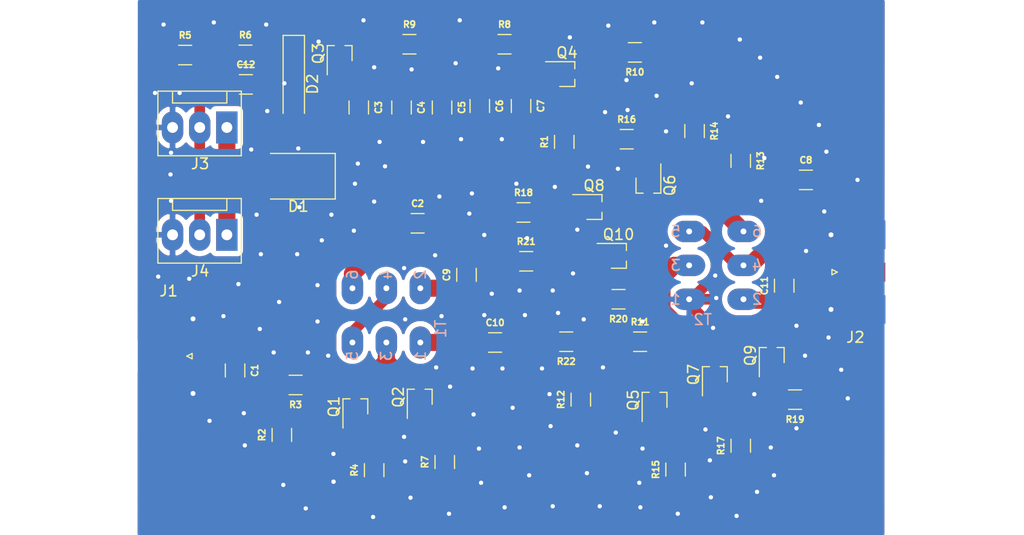
<source format=kicad_pcb>
(kicad_pcb (version 20171130) (host pcbnew "(5.1.12)-1")
  (layers (0 F.Cu signal) (31 B.Cu signal) (34 B.Paste user) (35 F.Paste user) (36 B.SilkS user) (37 F.SilkS user) (38 B.Mask user) (39 F.Mask user) (44 Edge.Cuts user))
  (net 0 "")
  (net 1 "Net-(C1-Pad2)")
  (net 2 "Net-(C1-Pad1)")
  (net 3 "Net-(C2-Pad1)")
  (net 4 GNDREF)
  (net 5 "Net-(C3-Pad1)")
  (net 6 "Net-(C8-Pad1)")
  (net 7 "Net-(C9-Pad2)")
  (net 8 "Net-(C9-Pad1)")
  (net 9 "Net-(C10-Pad1)")
  (net 10 "Net-(C10-Pad2)")
  (net 11 "Net-(C11-Pad2)")
  (net 12 "Net-(C11-Pad1)")
  (net 13 /13V)
  (net 14 "Net-(D2-Pad1)")
  (net 15 /RX_Low_TX_High)
  (net 16 "Net-(Q1-Pad2)")
  (net 17 "Net-(Q1-Pad3)")
  (net 18 "Net-(Q2-Pad2)")
  (net 19 "Net-(Q3-Pad3)")
  (net 20 "Net-(Q4-Pad3)")
  (net 21 "Net-(Q4-Pad1)")
  (net 22 "Net-(Q5-Pad1)")
  (net 23 "Net-(Q5-Pad2)")
  (net 24 "Net-(Q5-Pad3)")
  (net 25 "Net-(Q10-Pad3)")
  (net 26 "Net-(Q6-Pad2)")
  (net 27 "Net-(Q10-Pad1)")
  (net 28 "Net-(Q7-Pad2)")
  (net 29 "Net-(Q8-Pad2)")
  (net 30 "Net-(Q9-Pad2)")
  (net 31 "Net-(Q10-Pad2)")
  (net 32 "Net-(T1-Pad4)")
  (module WC8C:SMD_Combo_1206_0805 (layer F.Cu) (at 90.1 58.8)
    (fp_text reference C12 (at 0 -1.85) (layer F.SilkS) (effects (font (size 0.6 0.6))))
    (fp_text value 33n)
    (pad 1 smd roundrect (at -1.3625 0) (size 1.725 1.8) (layers F.Cu F.Paste F.Mask) (roundrect_rratio 0.189) (net 15 /RX_Low_TX_High) (clearance 0.4))
    (pad 2 smd roundrect (at 1.3625 0) (size 1.725 1.8) (layers F.Cu F.Paste F.Mask) (roundrect_rratio 0.189) (net 4 GNDREF) (clearance 0.4))
  )
  (module Package_TO_SOT_SMD:SOT-323_SC-70_Handsoldering (layer F.Cu) (at 120.132 57.836)
    (fp_text reference Q4 (at 0 -2) (layer F.SilkS))
    (fp_text value AO3401A)
    (pad 3 smd rect (at 1.33 0 270) (size 0.45 1.5) (layers F.Cu F.Paste F.Mask) (net 20 "Net-(Q4-Pad3)"))
    (pad 2 smd rect (at -1.33 0.65 270) (size 0.45 1.5) (layers F.Cu F.Paste F.Mask) (net 5 "Net-(C3-Pad1)"))
    (pad 1 smd rect (at -1.33 -0.65 270) (size 0.45 1.5) (layers F.Cu F.Paste F.Mask) (net 21 "Net-(Q4-Pad1)"))
  )
  (module Package_TO_SOT_SMD:SOT-323_SC-70_Handsoldering (layer F.Cu) (at 98.87 55.904 90)
    (fp_text reference Q3 (at 0 -2 90) (layer F.SilkS))
    (fp_text value AO3400A)
    (pad 3 smd rect (at 1.33 0) (size 0.45 1.5) (layers F.Cu F.Paste F.Mask) (net 19 "Net-(Q3-Pad3)"))
    (pad 2 smd rect (at -1.33 0.65) (size 0.45 1.5) (layers F.Cu F.Paste F.Mask) (net 4 GNDREF))
    (pad 1 smd rect (at -1.33 -0.65) (size 0.45 1.5) (layers F.Cu F.Paste F.Mask) (net 14 "Net-(D2-Pad1)"))
  )
  (module Connector:FanPinHeader_1x03_P2.54mm_Vertical (layer F.Cu) (at 88.32 72.884 180)
    (fp_text reference J4 (at 2.5 -3.4) (layer F.SilkS))
    (fp_text value Conn_01x03_Male)
    (pad 3 thru_hole oval (at 5.08 0 270) (size 3 2) (drill 1.02) (layers *.Cu *.Mask) (net 4 GNDREF))
    (pad 2 thru_hole oval (at 2.54 0 270) (size 3 2) (drill 1.02) (layers *.Cu *.Mask) (net 15 /RX_Low_TX_High))
    (pad 1 thru_hole rect (at 0 0 270) (size 3 2) (drill 1.02) (layers *.Cu *.Mask) (net 13 /13V))
  )
  (module WC8C:SMD_Combo_1206_0805 (layer F.Cu) (at 89.09 85.584 270)
    (fp_text reference C1 (at 0 -1.85 90) (layer F.SilkS) (effects (font (size 0.6 0.6))))
    (fp_text value .1u)
    (pad 2 smd roundrect (at 1.3625 0 270) (size 1.725 1.8) (layers F.Cu F.Paste F.Mask) (roundrect_rratio 0.189) (net 1 "Net-(C1-Pad2)") (clearance 0.4))
    (pad 1 smd roundrect (at -1.3625 0 270) (size 1.725 1.8) (layers F.Cu F.Paste F.Mask) (roundrect_rratio 0.189) (net 2 "Net-(C1-Pad1)") (clearance 0.4))
  )
  (module WC8C:SMD_Combo_1206_0805 (layer F.Cu) (at 106.162 71.806)
    (fp_text reference C2 (at 0 -1.85) (layer F.SilkS) (effects (font (size 0.6 0.6))))
    (fp_text value .1u)
    (pad 1 smd roundrect (at -1.3625 0) (size 1.725 1.8) (layers F.Cu F.Paste F.Mask) (roundrect_rratio 0.189) (net 3 "Net-(C2-Pad1)") (clearance 0.4))
    (pad 2 smd roundrect (at 1.3625 0) (size 1.725 1.8) (layers F.Cu F.Paste F.Mask) (roundrect_rratio 0.189) (net 4 GNDREF) (clearance 0.4))
  )
  (module WC8C:SMD_Combo_1206_0805 (layer F.Cu) (at 100.66 60.964 270)
    (fp_text reference C3 (at 0 -1.85 90) (layer F.SilkS) (effects (font (size 0.6 0.6))))
    (fp_text value .1u)
    (pad 1 smd roundrect (at -1.3625 0 270) (size 1.725 1.8) (layers F.Cu F.Paste F.Mask) (roundrect_rratio 0.189) (net 5 "Net-(C3-Pad1)") (clearance 0.4))
    (pad 2 smd roundrect (at 1.3625 0 270) (size 1.725 1.8) (layers F.Cu F.Paste F.Mask) (roundrect_rratio 0.189) (net 4 GNDREF) (clearance 0.4))
  )
  (module WC8C:SMD_Combo_1206_0805 (layer F.Cu) (at 104.66 60.964 270)
    (fp_text reference C4 (at 0 -1.85 90) (layer F.SilkS) (effects (font (size 0.6 0.6))))
    (fp_text value 1u)
    (pad 2 smd roundrect (at 1.3625 0 270) (size 1.725 1.8) (layers F.Cu F.Paste F.Mask) (roundrect_rratio 0.189) (net 4 GNDREF) (clearance 0.4))
    (pad 1 smd roundrect (at -1.3625 0 270) (size 1.725 1.8) (layers F.Cu F.Paste F.Mask) (roundrect_rratio 0.189) (net 5 "Net-(C3-Pad1)") (clearance 0.4))
  )
  (module WC8C:SMD_Combo_1206_0805 (layer F.Cu) (at 108.45 60.964 270)
    (fp_text reference C5 (at 0 -1.85 90) (layer F.SilkS) (effects (font (size 0.6 0.6))))
    (fp_text value 22u)
    (pad 1 smd roundrect (at -1.3625 0 270) (size 1.725 1.8) (layers F.Cu F.Paste F.Mask) (roundrect_rratio 0.189) (net 5 "Net-(C3-Pad1)") (clearance 0.4))
    (pad 2 smd roundrect (at 1.3625 0 270) (size 1.725 1.8) (layers F.Cu F.Paste F.Mask) (roundrect_rratio 0.189) (net 4 GNDREF) (clearance 0.4))
  )
  (module WC8C:SMD_Combo_1206_0805 (layer F.Cu) (at 111.98 60.824 270)
    (fp_text reference C6 (at 0 -1.85 90) (layer F.SilkS) (effects (font (size 0.6 0.6))))
    (fp_text value 22u)
    (pad 2 smd roundrect (at 1.3625 0 270) (size 1.725 1.8) (layers F.Cu F.Paste F.Mask) (roundrect_rratio 0.189) (net 4 GNDREF) (clearance 0.4))
    (pad 1 smd roundrect (at -1.3625 0 270) (size 1.725 1.8) (layers F.Cu F.Paste F.Mask) (roundrect_rratio 0.189) (net 5 "Net-(C3-Pad1)") (clearance 0.4))
  )
  (module WC8C:SMD_Combo_1206_0805 (layer F.Cu) (at 115.84 60.824 270)
    (fp_text reference C7 (at 0 -1.85 90) (layer F.SilkS) (effects (font (size 0.6 0.6))))
    (fp_text value 22u)
    (pad 1 smd roundrect (at -1.3625 0 270) (size 1.725 1.8) (layers F.Cu F.Paste F.Mask) (roundrect_rratio 0.189) (net 5 "Net-(C3-Pad1)") (clearance 0.4))
    (pad 2 smd roundrect (at 1.3625 0 270) (size 1.725 1.8) (layers F.Cu F.Paste F.Mask) (roundrect_rratio 0.189) (net 4 GNDREF) (clearance 0.4))
  )
  (module WC8C:SMD_Combo_1206_0805 (layer F.Cu) (at 142.484 67.742)
    (fp_text reference C8 (at 0 -1.85) (layer F.SilkS) (effects (font (size 0.6 0.6))))
    (fp_text value .1u)
    (pad 1 smd roundrect (at -1.3625 0) (size 1.725 1.8) (layers F.Cu F.Paste F.Mask) (roundrect_rratio 0.189) (net 6 "Net-(C8-Pad1)") (clearance 0.4))
    (pad 2 smd roundrect (at 1.3625 0) (size 1.725 1.8) (layers F.Cu F.Paste F.Mask) (roundrect_rratio 0.189) (net 4 GNDREF) (clearance 0.4))
  )
  (module WC8C:SMD_Combo_1206_0805 (layer F.Cu) (at 110.734 76.632 90)
    (fp_text reference C9 (at 0 -1.85 90) (layer F.SilkS) (effects (font (size 0.6 0.6))))
    (fp_text value .1u)
    (pad 2 smd roundrect (at 1.3625 0 90) (size 1.725 1.8) (layers F.Cu F.Paste F.Mask) (roundrect_rratio 0.189) (net 7 "Net-(C9-Pad2)") (clearance 0.4))
    (pad 1 smd roundrect (at -1.3625 0 90) (size 1.725 1.8) (layers F.Cu F.Paste F.Mask) (roundrect_rratio 0.189) (net 8 "Net-(C9-Pad1)") (clearance 0.4))
  )
  (module WC8C:SMD_Combo_1206_0805 (layer F.Cu) (at 113.412 82.964)
    (fp_text reference C10 (at 0 -1.85) (layer F.SilkS) (effects (font (size 0.6 0.6))))
    (fp_text value .1u)
    (pad 1 smd roundrect (at -1.3625 0) (size 1.725 1.8) (layers F.Cu F.Paste F.Mask) (roundrect_rratio 0.189) (net 9 "Net-(C10-Pad1)") (clearance 0.4))
    (pad 2 smd roundrect (at 1.3625 0) (size 1.725 1.8) (layers F.Cu F.Paste F.Mask) (roundrect_rratio 0.189) (net 10 "Net-(C10-Pad2)") (clearance 0.4))
  )
  (module WC8C:SMD_Combo_1206_0805 (layer F.Cu) (at 140.452 77.648 90)
    (fp_text reference C11 (at 0 -1.85 90) (layer F.SilkS) (effects (font (size 0.6 0.6))))
    (fp_text value .1u)
    (pad 2 smd roundrect (at 1.3625 0 90) (size 1.725 1.8) (layers F.Cu F.Paste F.Mask) (roundrect_rratio 0.189) (net 11 "Net-(C11-Pad2)") (clearance 0.4))
    (pad 1 smd roundrect (at -1.3625 0 90) (size 1.725 1.8) (layers F.Cu F.Paste F.Mask) (roundrect_rratio 0.189) (net 12 "Net-(C11-Pad1)") (clearance 0.4))
  )
  (module Diode_SMD:D_2114_3652Metric_Pad1.85x3.75mm_HandSolder (layer F.Cu) (at 95 67.4 180)
    (fp_text reference D1 (at 0 -2.82) (layer F.SilkS))
    (fp_text value 1N4001)
    (pad 1 smd roundrect (at -2.275 0 180) (size 1.85 3.75) (layers F.Cu F.Paste F.Mask) (roundrect_rratio 0.135135) (net 5 "Net-(C3-Pad1)"))
    (pad 2 smd roundrect (at 2.275 0 180) (size 1.85 3.75) (layers F.Cu F.Paste F.Mask) (roundrect_rratio 0.135135) (net 13 /13V))
  )
  (module Diode_SMD:D_MiniMELF_Handsoldering (layer F.Cu) (at 94.58 58.764 270)
    (fp_text reference D2 (at 0 -1.75 90) (layer F.SilkS))
    (fp_text value 6.8V)
    (pad 1 smd rect (at -2.75 0 270) (size 3.3 1.7) (layers F.Cu F.Paste F.Mask) (net 14 "Net-(D2-Pad1)"))
    (pad 2 smd rect (at 2.75 0 270) (size 3.3 1.7) (layers F.Cu F.Paste F.Mask) (net 4 GNDREF))
  )
  (module Connector_Coaxial:SMA_Molex_73251-2120_EdgeMount_Horizontal (layer F.Cu) (at 82.17 84.244 180)
    (fp_text reference J1 (at -0.705 6.1) (layer F.SilkS))
    (fp_text value "RF In")
    (pad 2 smd rect (at -2.54 -3.4925 180) (size 0.89 0.46) (layers B.Cu) (net 4 GNDREF))
    (pad 2 smd rect (at -2.54 -3.4925 180) (size 0.89 0.46) (layers F.Cu) (net 4 GNDREF))
    (pad 2 thru_hole circle (at -2.985 -3.4925 180) (size 0.97 0.97) (drill 0.46) (layers *.Cu) (net 4 GNDREF))
    (pad 2 smd rect (at 0 3.4925 180) (size 4.19 2.665) (layers F.Cu F.Paste F.Mask) (net 4 GNDREF))
    (pad 1 smd rect (at 0 0 180) (size 4.19 1.78) (layers F.Cu F.Paste F.Mask) (net 2 "Net-(C1-Pad1)"))
    (pad 2 smd rect (at 0 3.4925 180) (size 4.19 2.665) (layers B.Cu B.Paste B.Mask) (net 4 GNDREF))
    (pad 2 smd rect (at 0 -3.4925 180) (size 4.19 2.665) (layers F.Cu F.Paste F.Mask) (net 4 GNDREF))
    (pad 2 smd rect (at 0 -3.4925 180) (size 4.19 2.665) (layers B.Cu B.Paste B.Mask) (net 4 GNDREF))
    (pad 2 smd rect (at -2.54 3.4925 180) (size 0.89 0.46) (layers F.Cu) (net 4 GNDREF))
    (pad 2 thru_hole circle (at -2.985 3.4925 180) (size 0.97 0.97) (drill 0.46) (layers *.Cu) (net 4 GNDREF))
    (pad 2 smd rect (at -2.54 3.4925 180) (size 0.89 0.46) (layers B.Cu) (net 4 GNDREF))
  )
  (module Connector_Coaxial:SMA_Molex_73251-2120_EdgeMount_Horizontal (layer F.Cu) (at 147.818 76.378)
    (fp_text reference J2 (at -0.705 6.1) (layer F.SilkS))
    (fp_text value "RF Out")
    (pad 2 smd rect (at -2.54 3.4925) (size 0.89 0.46) (layers B.Cu) (net 4 GNDREF))
    (pad 2 thru_hole circle (at -2.985 3.4925) (size 0.97 0.97) (drill 0.46) (layers *.Cu) (net 4 GNDREF))
    (pad 2 smd rect (at -2.54 3.4925) (size 0.89 0.46) (layers F.Cu) (net 4 GNDREF))
    (pad 2 smd rect (at 0 -3.4925) (size 4.19 2.665) (layers B.Cu B.Paste B.Mask) (net 4 GNDREF))
    (pad 2 smd rect (at 0 -3.4925) (size 4.19 2.665) (layers F.Cu F.Paste F.Mask) (net 4 GNDREF))
    (pad 2 smd rect (at 0 3.4925) (size 4.19 2.665) (layers B.Cu B.Paste B.Mask) (net 4 GNDREF))
    (pad 1 smd rect (at 0 0) (size 4.19 1.78) (layers F.Cu F.Paste F.Mask) (net 11 "Net-(C11-Pad2)"))
    (pad 2 smd rect (at 0 3.4925) (size 4.19 2.665) (layers F.Cu F.Paste F.Mask) (net 4 GNDREF))
    (pad 2 thru_hole circle (at -2.985 -3.4925) (size 0.97 0.97) (drill 0.46) (layers *.Cu) (net 4 GNDREF))
    (pad 2 smd rect (at -2.54 -3.4925) (size 0.89 0.46) (layers F.Cu) (net 4 GNDREF))
    (pad 2 smd rect (at -2.54 -3.4925) (size 0.89 0.46) (layers B.Cu) (net 4 GNDREF))
  )
  (module Connector:FanPinHeader_1x03_P2.54mm_Vertical (layer F.Cu) (at 88.32 62.834 180)
    (fp_text reference J3 (at 2.5 -3.4) (layer F.SilkS))
    (fp_text value Conn_01x03_Male)
    (pad 1 thru_hole rect (at 0 0 270) (size 3 2) (drill 1.02) (layers *.Cu *.Mask) (net 13 /13V))
    (pad 2 thru_hole oval (at 2.54 0 270) (size 3 2) (drill 1.02) (layers *.Cu *.Mask) (net 15 /RX_Low_TX_High))
    (pad 3 thru_hole oval (at 5.08 0 270) (size 3 2) (drill 1.02) (layers *.Cu *.Mask) (net 4 GNDREF))
  )
  (module Package_TO_SOT_SMD:SOT-323_SC-70_Handsoldering (layer F.Cu) (at 100.34 88.974 90)
    (fp_text reference Q1 (at 0 -2 90) (layer F.SilkS))
    (fp_text value BFR106)
    (pad 1 smd rect (at -1.33 -0.65) (size 0.45 1.5) (layers F.Cu F.Paste F.Mask) (net 1 "Net-(C1-Pad2)"))
    (pad 2 smd rect (at -1.33 0.65) (size 0.45 1.5) (layers F.Cu F.Paste F.Mask) (net 16 "Net-(Q1-Pad2)"))
    (pad 3 smd rect (at 1.33 0) (size 0.45 1.5) (layers F.Cu F.Paste F.Mask) (net 17 "Net-(Q1-Pad3)"))
  )
  (module Package_TO_SOT_SMD:SOT-323_SC-70_Handsoldering (layer F.Cu) (at 106.36 88.074 90)
    (fp_text reference Q2 (at 0 -2 90) (layer F.SilkS))
    (fp_text value BFR106)
    (pad 3 smd rect (at 1.33 0) (size 0.45 1.5) (layers F.Cu F.Paste F.Mask) (net 17 "Net-(Q1-Pad3)"))
    (pad 2 smd rect (at -1.33 0.65) (size 0.45 1.5) (layers F.Cu F.Paste F.Mask) (net 18 "Net-(Q2-Pad2)"))
    (pad 1 smd rect (at -1.33 -0.65) (size 0.45 1.5) (layers F.Cu F.Paste F.Mask) (net 1 "Net-(C1-Pad2)"))
  )
  (module Package_TO_SOT_SMD:SOT-323_SC-70_Handsoldering (layer F.Cu) (at 128.326 88.364 90)
    (fp_text reference Q5 (at 0 -2 90) (layer F.SilkS))
    (fp_text value BFR106)
    (pad 1 smd rect (at -1.33 -0.65) (size 0.45 1.5) (layers F.Cu F.Paste F.Mask) (net 22 "Net-(Q5-Pad1)"))
    (pad 2 smd rect (at -1.33 0.65) (size 0.45 1.5) (layers F.Cu F.Paste F.Mask) (net 23 "Net-(Q5-Pad2)"))
    (pad 3 smd rect (at 1.33 0) (size 0.45 1.5) (layers F.Cu F.Paste F.Mask) (net 24 "Net-(Q5-Pad3)"))
  )
  (module Package_TO_SOT_SMD:SOT-323_SC-70_Handsoldering (layer F.Cu) (at 127.752 68.25 270)
    (fp_text reference Q6 (at 0 -2 90) (layer F.SilkS))
    (fp_text value BFR106)
    (pad 3 smd rect (at 1.33 0 180) (size 0.45 1.5) (layers F.Cu F.Paste F.Mask) (net 25 "Net-(Q10-Pad3)"))
    (pad 2 smd rect (at -1.33 0.65 180) (size 0.45 1.5) (layers F.Cu F.Paste F.Mask) (net 26 "Net-(Q6-Pad2)"))
    (pad 1 smd rect (at -1.33 -0.65 180) (size 0.45 1.5) (layers F.Cu F.Paste F.Mask) (net 27 "Net-(Q10-Pad1)"))
  )
  (module Package_TO_SOT_SMD:SOT-323_SC-70_Handsoldering (layer F.Cu) (at 133.966 85.964 90)
    (fp_text reference Q7 (at 0 -2 90) (layer F.SilkS))
    (fp_text value BFR106)
    (pad 1 smd rect (at -1.33 -0.65) (size 0.45 1.5) (layers F.Cu F.Paste F.Mask) (net 22 "Net-(Q5-Pad1)"))
    (pad 2 smd rect (at -1.33 0.65) (size 0.45 1.5) (layers F.Cu F.Paste F.Mask) (net 28 "Net-(Q7-Pad2)"))
    (pad 3 smd rect (at 1.33 0) (size 0.45 1.5) (layers F.Cu F.Paste F.Mask) (net 24 "Net-(Q5-Pad3)"))
  )
  (module Package_TO_SOT_SMD:SOT-323_SC-70_Handsoldering (layer F.Cu) (at 122.672 70.282)
    (fp_text reference Q8 (at 0 -2) (layer F.SilkS))
    (fp_text value BFR106)
    (pad 1 smd rect (at -1.33 -0.65 270) (size 0.45 1.5) (layers F.Cu F.Paste F.Mask) (net 27 "Net-(Q10-Pad1)"))
    (pad 2 smd rect (at -1.33 0.65 270) (size 0.45 1.5) (layers F.Cu F.Paste F.Mask) (net 29 "Net-(Q8-Pad2)"))
    (pad 3 smd rect (at 1.33 0 270) (size 0.45 1.5) (layers F.Cu F.Paste F.Mask) (net 25 "Net-(Q10-Pad3)"))
  )
  (module Package_TO_SOT_SMD:SOT-323_SC-70_Handsoldering (layer F.Cu) (at 139.286 84.174 90)
    (fp_text reference Q9 (at 0 -2 90) (layer F.SilkS))
    (fp_text value BFR106)
    (pad 3 smd rect (at 1.33 0) (size 0.45 1.5) (layers F.Cu F.Paste F.Mask) (net 24 "Net-(Q5-Pad3)"))
    (pad 2 smd rect (at -1.33 0.65) (size 0.45 1.5) (layers F.Cu F.Paste F.Mask) (net 30 "Net-(Q9-Pad2)"))
    (pad 1 smd rect (at -1.33 -0.65) (size 0.45 1.5) (layers F.Cu F.Paste F.Mask) (net 22 "Net-(Q5-Pad1)"))
  )
  (module Package_TO_SOT_SMD:SOT-323_SC-70_Handsoldering (layer F.Cu) (at 124.958 74.854)
    (fp_text reference Q10 (at 0 -2) (layer F.SilkS))
    (fp_text value BFR106)
    (pad 3 smd rect (at 1.33 0 270) (size 0.45 1.5) (layers F.Cu F.Paste F.Mask) (net 25 "Net-(Q10-Pad3)"))
    (pad 2 smd rect (at -1.33 0.65 270) (size 0.45 1.5) (layers F.Cu F.Paste F.Mask) (net 31 "Net-(Q10-Pad2)"))
    (pad 1 smd rect (at -1.33 -0.65 270) (size 0.45 1.5) (layers F.Cu F.Paste F.Mask) (net 27 "Net-(Q10-Pad1)"))
  )
  (module WC8C:SMD_Combo_1206_0805 (layer F.Cu) (at 119.878 64.186 90)
    (fp_text reference R1 (at 0 -1.85 90) (layer F.SilkS) (effects (font (size 0.6 0.6))))
    (fp_text value 10R)
    (pad 1 smd roundrect (at -1.3625 0 90) (size 1.725 1.8) (layers F.Cu F.Paste F.Mask) (roundrect_rratio 0.189) (net 3 "Net-(C2-Pad1)") (clearance 0.4))
    (pad 2 smd roundrect (at 1.3625 0 90) (size 1.725 1.8) (layers F.Cu F.Paste F.Mask) (roundrect_rratio 0.189) (net 20 "Net-(Q4-Pad3)") (clearance 0.4))
  )
  (module WC8C:SMD_Combo_1206_0805 (layer F.Cu) (at 93.462 91.618 90)
    (fp_text reference R2 (at 0 -1.85 90) (layer F.SilkS) (effects (font (size 0.6 0.6))))
    (fp_text value 100R)
    (pad 1 smd roundrect (at -1.3625 0 90) (size 1.725 1.8) (layers F.Cu F.Paste F.Mask) (roundrect_rratio 0.189) (net 4 GNDREF) (clearance 0.4))
    (pad 2 smd roundrect (at 1.3625 0 90) (size 1.725 1.8) (layers F.Cu F.Paste F.Mask) (roundrect_rratio 0.189) (net 1 "Net-(C1-Pad2)") (clearance 0.4))
  )
  (module WC8C:SMD_Combo_1206_0805 (layer F.Cu) (at 94.75 86.944 180)
    (fp_text reference R3 (at 0 -1.85) (layer F.SilkS) (effects (font (size 0.6 0.6))))
    (fp_text value 1K)
    (pad 2 smd roundrect (at 1.3625 0 180) (size 1.725 1.8) (layers F.Cu F.Paste F.Mask) (roundrect_rratio 0.189) (net 1 "Net-(C1-Pad2)") (clearance 0.4))
    (pad 1 smd roundrect (at -1.3625 0 180) (size 1.725 1.8) (layers F.Cu F.Paste F.Mask) (roundrect_rratio 0.189) (net 17 "Net-(Q1-Pad3)") (clearance 0.4))
  )
  (module WC8C:SMD_Combo_1206_0805 (layer F.Cu) (at 102.098 94.92 90)
    (fp_text reference R4 (at 0 -1.85 90) (layer F.SilkS) (effects (font (size 0.6 0.6))))
    (fp_text value 33R)
    (pad 2 smd roundrect (at 1.3625 0 90) (size 1.725 1.8) (layers F.Cu F.Paste F.Mask) (roundrect_rratio 0.189) (net 16 "Net-(Q1-Pad2)") (clearance 0.4))
    (pad 1 smd roundrect (at -1.3625 0 90) (size 1.725 1.8) (layers F.Cu F.Paste F.Mask) (roundrect_rratio 0.189) (net 4 GNDREF) (clearance 0.4))
  )
  (module WC8C:SMD_Combo_1206_0805 (layer F.Cu) (at 84.42 56.054)
    (fp_text reference R5 (at 0 -1.85) (layer F.SilkS) (effects (font (size 0.6 0.6))))
    (fp_text value 10K)
    (pad 1 smd roundrect (at -1.3625 0) (size 1.725 1.8) (layers F.Cu F.Paste F.Mask) (roundrect_rratio 0.189) (net 4 GNDREF) (clearance 0.4))
    (pad 2 smd roundrect (at 1.3625 0) (size 1.725 1.8) (layers F.Cu F.Paste F.Mask) (roundrect_rratio 0.189) (net 15 /RX_Low_TX_High) (clearance 0.4))
  )
  (module WC8C:SMD_Combo_1206_0805 (layer F.Cu) (at 90.06 56.034)
    (fp_text reference R6 (at 0 -1.85) (layer F.SilkS) (effects (font (size 0.6 0.6))))
    (fp_text value 3K3)
    (pad 2 smd roundrect (at 1.3625 0) (size 1.725 1.8) (layers F.Cu F.Paste F.Mask) (roundrect_rratio 0.189) (net 14 "Net-(D2-Pad1)") (clearance 0.4))
    (pad 1 smd roundrect (at -1.3625 0) (size 1.725 1.8) (layers F.Cu F.Paste F.Mask) (roundrect_rratio 0.189) (net 15 /RX_Low_TX_High) (clearance 0.4))
  )
  (module WC8C:SMD_Combo_1206_0805 (layer F.Cu) (at 108.702 94.158 90)
    (fp_text reference R7 (at 0 -1.85 90) (layer F.SilkS) (effects (font (size 0.6 0.6))))
    (fp_text value 33R)
    (pad 1 smd roundrect (at -1.3625 0 90) (size 1.725 1.8) (layers F.Cu F.Paste F.Mask) (roundrect_rratio 0.189) (net 4 GNDREF) (clearance 0.4))
    (pad 2 smd roundrect (at 1.3625 0 90) (size 1.725 1.8) (layers F.Cu F.Paste F.Mask) (roundrect_rratio 0.189) (net 18 "Net-(Q2-Pad2)") (clearance 0.4))
  )
  (module WC8C:SMD_Combo_1206_0805 (layer F.Cu) (at 114.29 55.042)
    (fp_text reference R8 (at 0 -1.85) (layer F.SilkS) (effects (font (size 0.6 0.6))))
    (fp_text value 10K)
    (pad 1 smd roundrect (at -1.3625 0) (size 1.725 1.8) (layers F.Cu F.Paste F.Mask) (roundrect_rratio 0.189) (net 21 "Net-(Q4-Pad1)") (clearance 0.4))
    (pad 2 smd roundrect (at 1.3625 0) (size 1.725 1.8) (layers F.Cu F.Paste F.Mask) (roundrect_rratio 0.189) (net 5 "Net-(C3-Pad1)") (clearance 0.4))
  )
  (module WC8C:SMD_Combo_1206_0805 (layer F.Cu) (at 105.4 55.042)
    (fp_text reference R9 (at 0 -1.85) (layer F.SilkS) (effects (font (size 0.6 0.6))))
    (fp_text value 10K)
    (pad 2 smd roundrect (at 1.3625 0) (size 1.725 1.8) (layers F.Cu F.Paste F.Mask) (roundrect_rratio 0.189) (net 21 "Net-(Q4-Pad1)") (clearance 0.4))
    (pad 1 smd roundrect (at -1.3625 0) (size 1.725 1.8) (layers F.Cu F.Paste F.Mask) (roundrect_rratio 0.189) (net 19 "Net-(Q3-Pad3)") (clearance 0.4))
  )
  (module WC8C:SMD_Combo_1206_0805 (layer F.Cu) (at 126.482 55.804 180)
    (fp_text reference R10 (at 0 -1.85) (layer F.SilkS) (effects (font (size 0.6 0.6))))
    (fp_text value 10R)
    (pad 2 smd roundrect (at 1.3625 0 180) (size 1.725 1.8) (layers F.Cu F.Paste F.Mask) (roundrect_rratio 0.189) (net 20 "Net-(Q4-Pad3)") (clearance 0.4))
    (pad 1 smd roundrect (at -1.3625 0 180) (size 1.725 1.8) (layers F.Cu F.Paste F.Mask) (roundrect_rratio 0.189) (net 6 "Net-(C8-Pad1)") (clearance 0.4))
  )
  (module WC8C:SMD_Combo_1206_0805 (layer F.Cu) (at 126.976 82.894)
    (fp_text reference R11 (at 0 -1.85) (layer F.SilkS) (effects (font (size 0.6 0.6))))
    (fp_text value 1K)
    (pad 1 smd roundrect (at -1.3625 0) (size 1.725 1.8) (layers F.Cu F.Paste F.Mask) (roundrect_rratio 0.189) (net 22 "Net-(Q5-Pad1)") (clearance 0.4))
    (pad 2 smd roundrect (at 1.3625 0) (size 1.725 1.8) (layers F.Cu F.Paste F.Mask) (roundrect_rratio 0.189) (net 24 "Net-(Q5-Pad3)") (clearance 0.4))
  )
  (module WC8C:SMD_Combo_1206_0805 (layer F.Cu) (at 121.426 88.314 90)
    (fp_text reference R12 (at 0 -1.85 90) (layer F.SilkS) (effects (font (size 0.6 0.6))))
    (fp_text value 100R)
    (pad 2 smd roundrect (at 1.3625 0 90) (size 1.725 1.8) (layers F.Cu F.Paste F.Mask) (roundrect_rratio 0.189) (net 22 "Net-(Q5-Pad1)") (clearance 0.4))
    (pad 1 smd roundrect (at -1.3625 0 90) (size 1.725 1.8) (layers F.Cu F.Paste F.Mask) (roundrect_rratio 0.189) (net 4 GNDREF) (clearance 0.4))
  )
  (module WC8C:SMD_Combo_1206_0805 (layer F.Cu) (at 136.388 65.964 270)
    (fp_text reference R13 (at 0 -1.85 90) (layer F.SilkS) (effects (font (size 0.6 0.6))))
    (fp_text value 1K)
    (pad 1 smd roundrect (at -1.3625 0 270) (size 1.725 1.8) (layers F.Cu F.Paste F.Mask) (roundrect_rratio 0.189) (net 27 "Net-(Q10-Pad1)") (clearance 0.4))
    (pad 2 smd roundrect (at 1.3625 0 270) (size 1.725 1.8) (layers F.Cu F.Paste F.Mask) (roundrect_rratio 0.189) (net 25 "Net-(Q10-Pad3)") (clearance 0.4))
  )
  (module WC8C:SMD_Combo_1206_0805 (layer F.Cu) (at 132.07 63.17 270)
    (fp_text reference R14 (at 0 -1.85 90) (layer F.SilkS) (effects (font (size 0.6 0.6))))
    (fp_text value 100R)
    (pad 2 smd roundrect (at 1.3625 0 270) (size 1.725 1.8) (layers F.Cu F.Paste F.Mask) (roundrect_rratio 0.189) (net 27 "Net-(Q10-Pad1)") (clearance 0.4))
    (pad 1 smd roundrect (at -1.3625 0 270) (size 1.725 1.8) (layers F.Cu F.Paste F.Mask) (roundrect_rratio 0.189) (net 4 GNDREF) (clearance 0.4))
  )
  (module WC8C:SMD_Combo_1206_0805 (layer F.Cu) (at 130.292 94.864 90)
    (fp_text reference R15 (at 0 -1.85 90) (layer F.SilkS) (effects (font (size 0.6 0.6))))
    (fp_text value 47R)
    (pad 2 smd roundrect (at 1.3625 0 90) (size 1.725 1.8) (layers F.Cu F.Paste F.Mask) (roundrect_rratio 0.189) (net 23 "Net-(Q5-Pad2)") (clearance 0.4))
    (pad 1 smd roundrect (at -1.3625 0 90) (size 1.725 1.8) (layers F.Cu F.Paste F.Mask) (roundrect_rratio 0.189) (net 4 GNDREF) (clearance 0.4))
  )
  (module WC8C:SMD_Combo_1206_0805 (layer F.Cu) (at 125.72 63.932)
    (fp_text reference R16 (at 0 -1.85) (layer F.SilkS) (effects (font (size 0.6 0.6))))
    (fp_text value 47R)
    (pad 2 smd roundrect (at 1.3625 0) (size 1.725 1.8) (layers F.Cu F.Paste F.Mask) (roundrect_rratio 0.189) (net 26 "Net-(Q6-Pad2)") (clearance 0.4))
    (pad 1 smd roundrect (at -1.3625 0) (size 1.725 1.8) (layers F.Cu F.Paste F.Mask) (roundrect_rratio 0.189) (net 4 GNDREF) (clearance 0.4))
  )
  (module WC8C:SMD_Combo_1206_0805 (layer F.Cu) (at 136.388 92.634 90)
    (fp_text reference R17 (at 0 -1.85 90) (layer F.SilkS) (effects (font (size 0.6 0.6))))
    (fp_text value 47R)
    (pad 2 smd roundrect (at 1.3625 0 90) (size 1.725 1.8) (layers F.Cu F.Paste F.Mask) (roundrect_rratio 0.189) (net 28 "Net-(Q7-Pad2)") (clearance 0.4))
    (pad 1 smd roundrect (at -1.3625 0 90) (size 1.725 1.8) (layers F.Cu F.Paste F.Mask) (roundrect_rratio 0.189) (net 4 GNDREF) (clearance 0.4))
  )
  (module WC8C:SMD_Combo_1206_0805 (layer F.Cu) (at 116.068 70.79)
    (fp_text reference R18 (at 0 -1.85) (layer F.SilkS) (effects (font (size 0.6 0.6))))
    (fp_text value 47R)
    (pad 1 smd roundrect (at -1.3625 0) (size 1.725 1.8) (layers F.Cu F.Paste F.Mask) (roundrect_rratio 0.189) (net 4 GNDREF) (clearance 0.4))
    (pad 2 smd roundrect (at 1.3625 0) (size 1.725 1.8) (layers F.Cu F.Paste F.Mask) (roundrect_rratio 0.189) (net 29 "Net-(Q8-Pad2)") (clearance 0.4))
  )
  (module WC8C:SMD_Combo_1206_0805 (layer F.Cu) (at 141.468 88.316 180)
    (fp_text reference R19 (at 0 -1.85) (layer F.SilkS) (effects (font (size 0.6 0.6))))
    (fp_text value 47R)
    (pad 1 smd roundrect (at -1.3625 0 180) (size 1.725 1.8) (layers F.Cu F.Paste F.Mask) (roundrect_rratio 0.189) (net 4 GNDREF) (clearance 0.4))
    (pad 2 smd roundrect (at 1.3625 0 180) (size 1.725 1.8) (layers F.Cu F.Paste F.Mask) (roundrect_rratio 0.189) (net 30 "Net-(Q9-Pad2)") (clearance 0.4))
  )
  (module WC8C:SMD_Combo_1206_0805 (layer F.Cu) (at 124.958 78.918 180)
    (fp_text reference R20 (at 0 -1.85) (layer F.SilkS) (effects (font (size 0.6 0.6))))
    (fp_text value 47R)
    (pad 2 smd roundrect (at 1.3625 0 180) (size 1.725 1.8) (layers F.Cu F.Paste F.Mask) (roundrect_rratio 0.189) (net 31 "Net-(Q10-Pad2)") (clearance 0.4))
    (pad 1 smd roundrect (at -1.3625 0 180) (size 1.725 1.8) (layers F.Cu F.Paste F.Mask) (roundrect_rratio 0.189) (net 4 GNDREF) (clearance 0.4))
  )
  (module WC8C:SMD_Combo_1206_0805 (layer F.Cu) (at 116.322 75.362)
    (fp_text reference R21 (at 0 -1.85) (layer F.SilkS) (effects (font (size 0.6 0.6))))
    (fp_text value 0R)
    (pad 1 smd roundrect (at -1.3625 0) (size 1.725 1.8) (layers F.Cu F.Paste F.Mask) (roundrect_rratio 0.189) (net 7 "Net-(C9-Pad2)") (clearance 0.4))
    (pad 2 smd roundrect (at 1.3625 0) (size 1.725 1.8) (layers F.Cu F.Paste F.Mask) (roundrect_rratio 0.189) (net 27 "Net-(Q10-Pad1)") (clearance 0.4))
  )
  (module WC8C:SMD_Combo_1206_0805 (layer F.Cu) (at 120.066 82.894 180)
    (fp_text reference R22 (at 0 -1.85) (layer F.SilkS) (effects (font (size 0.6 0.6))))
    (fp_text value 0R)
    (pad 2 smd roundrect (at 1.3625 0 180) (size 1.725 1.8) (layers F.Cu F.Paste F.Mask) (roundrect_rratio 0.189) (net 10 "Net-(C10-Pad2)") (clearance 0.4))
    (pad 1 smd roundrect (at -1.3625 0 180) (size 1.725 1.8) (layers F.Cu F.Paste F.Mask) (roundrect_rratio 0.189) (net 22 "Net-(Q5-Pad1)") (clearance 0.4))
  )
  (module WC8C:T37_Trifillar (layer B.Cu) (at 103.876 80.424 90)
    (fp_text reference T1 (at -1.27 4.445 90) (layer B.SilkS) (effects (justify mirror)))
    (fp_text value "T43-37 Trifillar 10 Turns")
    (fp_text user 6 (at 3.81 -3.81 90) (layer B.SilkS) (effects (justify mirror)))
    (fp_text user 5 (at -3.81 -3.81 90) (layer B.SilkS) (effects (justify mirror)))
    (fp_text user 4 (at 3.81 -0.635 90) (layer B.SilkS) (effects (justify mirror)))
    (fp_text user 3 (at -3.81 -0.635 90) (layer B.SilkS) (effects (justify mirror)))
    (fp_text user 2 (at 3.81 2.54 90) (layer B.SilkS) (effects (justify mirror)))
    (fp_text user 1 (at -3.81 2.54 90) (layer B.SilkS) (effects (justify mirror)))
    (pad 6 thru_hole oval (at 2.54 -3.81 90) (size 3 2) (drill 0.55) (layers *.Cu *.Mask) (net 3 "Net-(C2-Pad1)"))
    (pad 5 thru_hole oval (at -2.54 -3.81 90) (size 3 2) (drill 0.55) (layers *.Cu *.Mask) (net 32 "Net-(T1-Pad4)"))
    (pad 4 thru_hole oval (at 2.54 -0.635 90) (size 3 2) (drill 0.55) (layers *.Cu *.Mask) (net 32 "Net-(T1-Pad4)"))
    (pad 3 thru_hole oval (at -2.54 -0.635 90) (size 3 2) (drill 0.55) (layers *.Cu *.Mask) (net 17 "Net-(Q1-Pad3)"))
    (pad 2 thru_hole oval (at 2.54 2.54 90) (size 3 2) (drill 0.55) (layers *.Cu *.Mask) (net 8 "Net-(C9-Pad1)"))
    (pad 1 thru_hole oval (at -2.54 2.54 90) (size 3 2) (drill 0.55) (layers *.Cu *.Mask) (net 9 "Net-(C10-Pad1)"))
  )
  (module WC8C:T37_Trifillar (layer B.Cu) (at 134.102 76.378)
    (fp_text reference T2 (at -1.27 4.445) (layer B.SilkS) (effects (justify mirror)))
    (fp_text value "T43-37 Trifillar 10 Turns")
    (fp_text user 1 (at -3.81 2.54) (layer B.SilkS) (effects (justify mirror)))
    (fp_text user 2 (at 3.81 2.54) (layer B.SilkS) (effects (justify mirror)))
    (fp_text user 3 (at -3.81 -0.635) (layer B.SilkS) (effects (justify mirror)))
    (fp_text user 4 (at 3.81 -0.635) (layer B.SilkS) (effects (justify mirror)))
    (fp_text user 5 (at -3.81 -3.81) (layer B.SilkS) (effects (justify mirror)))
    (fp_text user 6 (at 3.81 -3.81) (layer B.SilkS) (effects (justify mirror)))
    (pad 1 thru_hole oval (at -2.54 2.54) (size 3 2) (drill 0.55) (layers *.Cu *.Mask) (net 4 GNDREF))
    (pad 2 thru_hole oval (at 2.54 2.54) (size 3 2) (drill 0.55) (layers *.Cu *.Mask) (net 12 "Net-(C11-Pad1)"))
    (pad 3 thru_hole oval (at -2.54 -0.635) (size 3 2) (drill 0.55) (layers *.Cu *.Mask) (net 24 "Net-(Q5-Pad3)"))
    (pad 4 thru_hole oval (at 2.54 -0.635) (size 3 2) (drill 0.55) (layers *.Cu *.Mask) (net 6 "Net-(C8-Pad1)"))
    (pad 5 thru_hole oval (at -2.54 -3.81) (size 3 2) (drill 0.55) (layers *.Cu *.Mask) (net 6 "Net-(C8-Pad1)"))
    (pad 6 thru_hole oval (at 2.54 -3.81) (size 3 2) (drill 0.55) (layers *.Cu *.Mask) (net 25 "Net-(Q10-Pad3)"))
  )
  (segment (start 93.385 86.9465) (end 93.3875 86.944) (width 1.6) (layer F.Cu) (net 1))
  (segment (start 89.09 86.9465) (end 93.385 86.9465) (width 1.6) (layer F.Cu) (net 1))
  (segment (start 93.3875 90.309) (end 93.3725 90.324) (width 1.6) (layer F.Cu) (net 1))
  (segment (start 93.3875 86.944) (end 93.3875 90.309) (width 1.6) (layer F.Cu) (net 1))
  (segment (start 99.67 90.324) (end 99.69 90.304) (width 1.6) (layer F.Cu) (net 1))
  (segment (start 93.3725 90.324) (end 99.67 90.324) (width 1.6) (layer F.Cu) (net 1))
  (segment (start 100.614989 88.894009) (end 104.821991 88.894009) (width 0.5) (layer F.Cu) (net 1))
  (segment (start 99.69 89.818998) (end 100.614989 88.894009) (width 0.5) (layer F.Cu) (net 1))
  (segment (start 99.69 90.304) (end 99.69 89.818998) (width 0.5) (layer F.Cu) (net 1))
  (segment (start 105.331982 89.404) (end 105.71 89.404) (width 0.5) (layer F.Cu) (net 1))
  (segment (start 104.821991 88.894009) (end 105.331982 89.404) (width 0.5) (layer F.Cu) (net 1))
  (segment (start 89.0675 84.244) (end 89.09 84.2215) (width 1.6) (layer F.Cu) (net 2))
  (segment (start 82.17 84.244) (end 89.0675 84.244) (width 1.6) (layer F.Cu) (net 2))
  (segment (start 100.066 76.5395) (end 104.7995 71.806) (width 1.6) (layer F.Cu) (net 3))
  (segment (start 100.066 77.884) (end 100.066 76.5395) (width 1.6) (layer F.Cu) (net 3))
  (segment (start 119.878 65.5485) (end 108.1015 65.5485) (width 1.6) (layer F.Cu) (net 3))
  (segment (start 104.7995 68.8505) (end 104.7995 71.806) (width 1.6) (layer F.Cu) (net 3))
  (segment (start 108.1015 65.5485) (end 104.7995 68.8505) (width 1.6) (layer F.Cu) (net 3))
  (segment (start 85.155 80.7515) (end 82.17 80.7515) (width 0.5) (layer F.Cu) (net 4))
  (segment (start 85.155 87.7365) (end 82.17 87.7365) (width 0.5) (layer F.Cu) (net 4))
  (via (at 115.7 78.1) (size 0.8) (drill 0.4) (layers F.Cu B.Cu) (net 4))
  (via (at 111.242 69.012) (size 0.8) (drill 0.4) (layers F.Cu B.Cu) (net 4))
  (via (at 128.514 59.868) (size 0.8) (drill 0.4) (layers F.Cu B.Cu) (net 4))
  (via (at 93.208 79.172) (size 0.8) (drill 0.4) (layers F.Cu B.Cu) (net 4))
  (via (at 115.052 89.078) (size 0.8) (drill 0.4) (layers F.Cu B.Cu) (net 4))
  (via (at 93.7 58.7) (size 0.8) (drill 0.4) (layers F.Cu B.Cu) (net 4))
  (via (at 83.048 67.234) (size 0.8) (drill 0.4) (layers F.Cu B.Cu) (net 4))
  (via (at 147.31 67.742) (size 0.8) (drill 0.4) (layers F.Cu B.Cu) (net 4))
  (via (at 109.718 56.82) (size 0.8) (drill 0.4) (layers F.Cu B.Cu) (net 4))
  (segment (start 144.833 72.8855) (end 147.818 72.8855) (width 0.5) (layer F.Cu) (net 4))
  (segment (start 144.833 79.8705) (end 147.818 79.8705) (width 0.5) (layer F.Cu) (net 4))
  (via (at 89.906 89.586) (size 0.8) (drill 0.4) (layers F.Cu B.Cu) (net 4))
  (via (at 98.288 93.396) (size 0.8) (drill 0.4) (layers F.Cu B.Cu) (net 4))
  (via (at 137.658 87.808) (size 0.8) (drill 0.4) (layers F.Cu B.Cu) (net 4))
  (via (at 145.786 85.522) (size 0.8) (drill 0.4) (layers F.Cu B.Cu) (net 4))
  (via (at 114.036 63.932) (size 0.8) (drill 0.4) (layers F.Cu B.Cu) (net 4))
  (via (at 110.226 63.932) (size 0.8) (drill 0.4) (layers F.Cu B.Cu) (net 4))
  (via (at 106.67 64.186) (size 0.8) (drill 0.4) (layers F.Cu B.Cu) (net 4))
  (via (at 102.606 64.186) (size 0.8) (drill 0.4) (layers F.Cu B.Cu) (net 4))
  (via (at 100.574 66.218) (size 0.8) (drill 0.4) (layers F.Cu B.Cu) (net 4))
  (via (at 103.114 66.472) (size 0.8) (drill 0.4) (layers F.Cu B.Cu) (net 4))
  (via (at 102.098 69.774) (size 0.8) (drill 0.4) (layers F.Cu B.Cu) (net 4))
  (via (at 133.086 91.11) (size 0.8) (drill 0.4) (layers F.Cu B.Cu) (net 4))
  (via (at 137.912 96.952) (size 0.8) (drill 0.4) (layers F.Cu B.Cu) (net 4))
  (via (at 133.594 97.46) (size 0.8) (drill 0.4) (layers F.Cu B.Cu) (net 4))
  (via (at 89.4 77.5) (size 0.8) (drill 0.4) (layers F.Cu B.Cu) (net 4))
  (via (at 84.8 77) (size 0.8) (drill 0.4) (layers F.Cu B.Cu) (net 4))
  (via (at 83.1 69.7) (size 0.8) (drill 0.4) (layers F.Cu B.Cu) (net 4))
  (via (at 83.1 65.2) (size 0.8) (drill 0.4) (layers F.Cu B.Cu) (net 4))
  (via (at 83.9 59.6) (size 0.8) (drill 0.4) (layers F.Cu B.Cu) (net 4))
  (via (at 81.6 59.6) (size 0.8) (drill 0.4) (layers F.Cu B.Cu) (net 4))
  (via (at 81.9 76.8) (size 0.8) (drill 0.4) (layers F.Cu B.Cu) (net 4))
  (via (at 95 64.8) (size 0.8) (drill 0.4) (layers F.Cu B.Cu) (net 4))
  (via (at 95.1 70.3) (size 0.8) (drill 0.4) (layers F.Cu B.Cu) (net 4))
  (via (at 91.1 71) (size 0.8) (drill 0.4) (layers F.Cu B.Cu) (net 4))
  (via (at 91.5 74.7) (size 0.8) (drill 0.4) (layers F.Cu B.Cu) (net 4))
  (via (at 88 80.5) (size 0.8) (drill 0.4) (layers F.Cu B.Cu) (net 4))
  (via (at 91.4 81.7) (size 0.8) (drill 0.4) (layers F.Cu B.Cu) (net 4))
  (via (at 92.7 83.9) (size 0.8) (drill 0.4) (layers F.Cu B.Cu) (net 4))
  (via (at 95.9 83.9) (size 0.8) (drill 0.4) (layers F.Cu B.Cu) (net 4))
  (via (at 97.8 84.2) (size 0.8) (drill 0.4) (layers F.Cu B.Cu) (net 4))
  (via (at 96.8 81) (size 0.8) (drill 0.4) (layers F.Cu B.Cu) (net 4))
  (via (at 96.8 77.6) (size 0.8) (drill 0.4) (layers F.Cu B.Cu) (net 4))
  (via (at 94.9 74.7) (size 0.8) (drill 0.4) (layers F.Cu B.Cu) (net 4))
  (via (at 97.2 73.4) (size 0.8) (drill 0.4) (layers F.Cu B.Cu) (net 4))
  (via (at 98.1 71) (size 0.8) (drill 0.4) (layers F.Cu B.Cu) (net 4))
  (via (at 100.2 72.5) (size 0.8) (drill 0.4) (layers F.Cu B.Cu) (net 4))
  (via (at 100.3 68.1) (size 0.8) (drill 0.4) (layers F.Cu B.Cu) (net 4))
  (via (at 102.1 57.2) (size 0.8) (drill 0.4) (layers F.Cu B.Cu) (net 4))
  (via (at 105.6 57.4) (size 0.8) (drill 0.4) (layers F.Cu B.Cu) (net 4))
  (via (at 113.7 57.3) (size 0.8) (drill 0.4) (layers F.Cu B.Cu) (net 4))
  (via (at 96.9 54.8) (size 0.8) (drill 0.4) (layers F.Cu B.Cu) (net 4))
  (via (at 120.4 54.4) (size 0.8) (drill 0.4) (layers F.Cu B.Cu) (net 4))
  (via (at 136.3 54.6) (size 0.8) (drill 0.4) (layers F.Cu B.Cu) (net 4))
  (via (at 138.2 56.3) (size 0.8) (drill 0.4) (layers F.Cu B.Cu) (net 4))
  (via (at 139.8 58.1) (size 0.8) (drill 0.4) (layers F.Cu B.Cu) (net 4))
  (via (at 142 60.5) (size 0.8) (drill 0.4) (layers F.Cu B.Cu) (net 4))
  (via (at 143.7 62.6) (size 0.8) (drill 0.4) (layers F.Cu B.Cu) (net 4))
  (via (at 144.4 65.1) (size 0.8) (drill 0.4) (layers F.Cu B.Cu) (net 4))
  (via (at 144.2 70.7) (size 0.8) (drill 0.4) (layers F.Cu B.Cu) (net 4))
  (via (at 142.5 74.4) (size 0.8) (drill 0.4) (layers F.Cu B.Cu) (net 4))
  (via (at 141.6 81.4) (size 0.8) (drill 0.4) (layers F.Cu B.Cu) (net 4))
  (via (at 144.6 82.5) (size 0.8) (drill 0.4) (layers F.Cu B.Cu) (net 4))
  (via (at 142.4 84.2) (size 0.8) (drill 0.4) (layers F.Cu B.Cu) (net 4))
  (via (at 146.4 88.2) (size 0.8) (drill 0.4) (layers F.Cu B.Cu) (net 4))
  (via (at 141.6 91) (size 0.8) (drill 0.4) (layers F.Cu B.Cu) (net 4))
  (via (at 139.2 92.8) (size 0.8) (drill 0.4) (layers F.Cu B.Cu) (net 4))
  (via (at 139.5 95.4) (size 0.8) (drill 0.4) (layers F.Cu B.Cu) (net 4))
  (via (at 133.5 94) (size 0.8) (drill 0.4) (layers F.Cu B.Cu) (net 4))
  (via (at 130.5 99) (size 0.8) (drill 0.4) (layers F.Cu B.Cu) (net 4))
  (via (at 90 92.6) (size 0.8) (drill 0.4) (layers F.Cu B.Cu) (net 4))
  (via (at 86.7 90.3) (size 0.8) (drill 0.4) (layers F.Cu B.Cu) (net 4))
  (via (at 93.6 96.3) (size 0.8) (drill 0.4) (layers F.Cu B.Cu) (net 4))
  (via (at 98.3 96) (size 0.8) (drill 0.4) (layers F.Cu B.Cu) (net 4))
  (via (at 98.3 96) (size 0.8) (drill 0.4) (layers F.Cu B.Cu) (net 4))
  (via (at 102 99.3) (size 0.8) (drill 0.4) (layers F.Cu B.Cu) (net 4))
  (via (at 104.9 91.8) (size 0.8) (drill 0.4) (layers F.Cu B.Cu) (net 4))
  (via (at 105 94.1) (size 0.8) (drill 0.4) (layers F.Cu B.Cu) (net 4))
  (via (at 105.5 97.5) (size 0.8) (drill 0.4) (layers F.Cu B.Cu) (net 4))
  (via (at 109.1 99) (size 0.8) (drill 0.4) (layers F.Cu B.Cu) (net 4))
  (via (at 112.1 96.1) (size 0.8) (drill 0.4) (layers F.Cu B.Cu) (net 4))
  (via (at 111.9 92.9) (size 0.8) (drill 0.4) (layers F.Cu B.Cu) (net 4))
  (via (at 111.4 89.7) (size 0.8) (drill 0.4) (layers F.Cu B.Cu) (net 4))
  (via (at 109.2 87.1) (size 0.8) (drill 0.4) (layers F.Cu B.Cu) (net 4))
  (via (at 107.9 85.3) (size 0.8) (drill 0.4) (layers F.Cu B.Cu) (net 4))
  (via (at 111.3 85.4) (size 0.8) (drill 0.4) (layers F.Cu B.Cu) (net 4))
  (via (at 114.1 85.4) (size 0.8) (drill 0.4) (layers F.Cu B.Cu) (net 4))
  (via (at 117.8 85.4) (size 0.8) (drill 0.4) (layers F.Cu B.Cu) (net 4))
  (via (at 118.5 87.8) (size 0.8) (drill 0.4) (layers F.Cu B.Cu) (net 4))
  (via (at 118.6 90.8) (size 0.8) (drill 0.4) (layers F.Cu B.Cu) (net 4))
  (via (at 115.7 92.8) (size 0.8) (drill 0.4) (layers F.Cu B.Cu) (net 4))
  (via (at 121.1 92.6) (size 0.8) (drill 0.4) (layers F.Cu B.Cu) (net 4))
  (via (at 124.7 91.4) (size 0.8) (drill 0.4) (layers F.Cu B.Cu) (net 4))
  (via (at 123.5 85.3) (size 0.8) (drill 0.4) (layers F.Cu B.Cu) (net 4))
  (via (at 127.2 92.9) (size 0.8) (drill 0.4) (layers F.Cu B.Cu) (net 4))
  (via (at 126.9 96.1) (size 0.8) (drill 0.4) (layers F.Cu B.Cu) (net 4))
  (via (at 127 98.4) (size 0.8) (drill 0.4) (layers F.Cu B.Cu) (net 4))
  (via (at 123.2 98.3) (size 0.8) (drill 0.4) (layers F.Cu B.Cu) (net 4))
  (via (at 118.8 98.3) (size 0.8) (drill 0.4) (layers F.Cu B.Cu) (net 4))
  (via (at 114.3 98.4) (size 0.8) (drill 0.4) (layers F.Cu B.Cu) (net 4))
  (via (at 116.6 95.4) (size 0.8) (drill 0.4) (layers F.Cu B.Cu) (net 4))
  (via (at 122 95.2) (size 0.8) (drill 0.4) (layers F.Cu B.Cu) (net 4))
  (via (at 138.3 69.7) (size 0.8) (drill 0.4) (layers F.Cu B.Cu) (net 4))
  (via (at 138.6 65.7) (size 0.8) (drill 0.4) (layers F.Cu B.Cu) (net 4))
  (via (at 135.2 61.8) (size 0.8) (drill 0.4) (layers F.Cu B.Cu) (net 4))
  (via (at 131.8 58.7) (size 0.8) (drill 0.4) (layers F.Cu B.Cu) (net 4))
  (via (at 129.4 63.2) (size 0.8) (drill 0.4) (layers F.Cu B.Cu) (net 4))
  (via (at 125.8 61.2) (size 0.8) (drill 0.4) (layers F.Cu B.Cu) (net 4))
  (via (at 125.7 58.4) (size 0.8) (drill 0.4) (layers F.Cu B.Cu) (net 4))
  (via (at 123.7 61.4) (size 0.8) (drill 0.4) (layers F.Cu B.Cu) (net 4))
  (via (at 124.9 66.7) (size 0.8) (drill 0.4) (layers F.Cu B.Cu) (net 4))
  (via (at 122.1 66.5) (size 0.8) (drill 0.4) (layers F.Cu B.Cu) (net 4))
  (via (at 119 68.4) (size 0.8) (drill 0.4) (layers F.Cu B.Cu) (net 4))
  (via (at 115.4 68.1) (size 0.8) (drill 0.4) (layers F.Cu B.Cu) (net 4))
  (via (at 108.2 69.3) (size 0.8) (drill 0.4) (layers F.Cu B.Cu) (net 4))
  (via (at 116.4 73.2) (size 0.8) (drill 0.4) (layers F.Cu B.Cu) (net 4))
  (via (at 121.1 72.4) (size 0.8) (drill 0.4) (layers F.Cu B.Cu) (net 4))
  (via (at 112.4 72.9) (size 0.8) (drill 0.4) (layers F.Cu B.Cu) (net 4))
  (via (at 111 70.9) (size 0.8) (drill 0.4) (layers F.Cu B.Cu) (net 4))
  (via (at 107.8 74.8) (size 0.8) (drill 0.4) (layers F.Cu B.Cu) (net 4))
  (via (at 104.9 76) (size 0.8) (drill 0.4) (layers F.Cu B.Cu) (net 4))
  (via (at 95.7 98.5) (size 0.8) (drill 0.4) (layers F.Cu B.Cu) (net 4))
  (via (at 136 99.2) (size 0.8) (drill 0.4) (layers F.Cu B.Cu) (net 4))
  (via (at 124 53.3) (size 0.8) (drill 0.4) (layers F.Cu B.Cu) (net 4))
  (via (at 128.3 53) (size 0.8) (drill 0.4) (layers F.Cu B.Cu) (net 4))
  (via (at 132.8 53) (size 0.8) (drill 0.4) (layers F.Cu B.Cu) (net 4))
  (via (at 110.1 52.8) (size 0.8) (drill 0.4) (layers F.Cu B.Cu) (net 4))
  (via (at 101.1 52.8) (size 0.8) (drill 0.4) (layers F.Cu B.Cu) (net 4))
  (via (at 92 53.2) (size 0.8) (drill 0.4) (layers F.Cu B.Cu) (net 4))
  (via (at 87.1 53) (size 0.8) (drill 0.4) (layers F.Cu B.Cu) (net 4))
  (via (at 82.4 53.2) (size 0.8) (drill 0.4) (layers F.Cu B.Cu) (net 4))
  (via (at 127.2 81) (size 0.8) (drill 0.4) (layers F.Cu B.Cu) (net 4))
  (via (at 121.7 80.8) (size 0.8) (drill 0.4) (layers F.Cu B.Cu) (net 4))
  (via (at 120.7 76.5) (size 0.8) (drill 0.4) (layers F.Cu B.Cu) (net 4))
  (via (at 118.8 78.1) (size 0.8) (drill 0.4) (layers F.Cu B.Cu) (net 4))
  (via (at 113.1 78.4) (size 0.8) (drill 0.4) (layers F.Cu B.Cu) (net 4))
  (via (at 105 80.8) (size 0.8) (drill 0.4) (layers F.Cu B.Cu) (net 4))
  (via (at 108.4 80.5) (size 0.8) (drill 0.4) (layers F.Cu B.Cu) (net 4))
  (via (at 112.4 80.4) (size 0.8) (drill 0.4) (layers F.Cu B.Cu) (net 4))
  (via (at 116.2 80.4) (size 0.8) (drill 0.4) (layers F.Cu B.Cu) (net 4))
  (via (at 119.3 80.2) (size 0.8) (drill 0.4) (layers F.Cu B.Cu) (net 4))
  (via (at 134 76.7) (size 0.8) (drill 0.4) (layers F.Cu B.Cu) (net 4))
  (via (at 133.8 81.6) (size 0.8) (drill 0.4) (layers F.Cu B.Cu) (net 4))
  (via (at 134.1 78.8) (size 0.8) (drill 0.4) (layers F.Cu B.Cu) (net 4))
  (via (at 129.4 73.9) (size 0.8) (drill 0.4) (layers F.Cu B.Cu) (net 4))
  (segment (start 102.066 57.234) (end 102.1 57.2) (width 1) (layer F.Cu) (net 4))
  (segment (start 99.52 57.234) (end 102.066 57.234) (width 1) (layer F.Cu) (net 4))
  (segment (start 133.982 78.918) (end 134.1 78.8) (width 1) (layer F.Cu) (net 4))
  (segment (start 131.562 78.918) (end 133.982 78.918) (width 1) (layer F.Cu) (net 4))
  (segment (start 131.782 78.918) (end 134 76.7) (width 1) (layer F.Cu) (net 4))
  (segment (start 131.562 78.918) (end 131.782 78.918) (width 1) (layer F.Cu) (net 4))
  (segment (start 131.562 79.362) (end 133.8 81.6) (width 1) (layer F.Cu) (net 4))
  (segment (start 131.562 78.918) (end 131.562 79.362) (width 1) (layer F.Cu) (net 4))
  (via (at 92.1 61.3) (size 0.8) (drill 0.4) (layers F.Cu B.Cu) (net 4))
  (via (at 90.6 64.9) (size 0.8) (drill 0.4) (layers F.Cu B.Cu) (net 4))
  (segment (start 115.84 55.2295) (end 115.6525 55.042) (width 0.5) (layer F.Cu) (net 5))
  (segment (start 115.84 59.4615) (end 115.84 55.2295) (width 1) (layer F.Cu) (net 5))
  (segment (start 97.272 68.515) (end 97.272 60.884) (width 1.6) (layer F.Cu) (net 5))
  (segment (start 98.5545 59.6015) (end 100.66 59.6015) (width 1.6) (layer F.Cu) (net 5))
  (segment (start 97.272 60.884) (end 98.5545 59.6015) (width 1.6) (layer F.Cu) (net 5))
  (segment (start 100.66 59.6015) (end 104.66 59.6015) (width 1.6) (layer F.Cu) (net 5))
  (segment (start 104.66 59.6015) (end 108.45 59.6015) (width 1.6) (layer F.Cu) (net 5))
  (segment (start 111.84 59.6015) (end 111.98 59.4615) (width 1.6) (layer F.Cu) (net 5))
  (segment (start 108.45 59.6015) (end 111.84 59.6015) (width 1.6) (layer F.Cu) (net 5))
  (segment (start 111.98 59.4615) (end 115.84 59.4615) (width 1.6) (layer F.Cu) (net 5))
  (segment (start 118.4565 59.4615) (end 119.132 58.786) (width 1.6) (layer F.Cu) (net 5))
  (segment (start 115.84 59.4615) (end 118.4565 59.4615) (width 1.6) (layer F.Cu) (net 5))
  (segment (start 133.086 55.804) (end 127.8445 55.804) (width 1.6) (layer F.Cu) (net 6))
  (segment (start 133.34 55.804) (end 133.086 55.804) (width 1.6) (layer F.Cu) (net 6))
  (segment (start 141.1215 63.5855) (end 133.34 55.804) (width 1.6) (layer F.Cu) (net 6))
  (segment (start 141.1215 67.742) (end 141.1215 63.5855) (width 1.6) (layer F.Cu) (net 6))
  (segment (start 141.1215 67.742) (end 141.1215 71.8985) (width 1.6) (layer F.Cu) (net 6))
  (segment (start 137.277 75.743) (end 136.642 75.743) (width 1.6) (layer F.Cu) (net 6))
  (segment (start 141.1215 71.8985) (end 137.277 75.743) (width 1.6) (layer F.Cu) (net 6))
  (segment (start 131.562 72.568) (end 132.832 72.568) (width 1) (layer F.Cu) (net 6))
  (segment (start 136.007 75.743) (end 136.642 75.743) (width 1) (layer F.Cu) (net 6))
  (segment (start 132.832 72.568) (end 136.007 75.743) (width 1) (layer F.Cu) (net 6))
  (segment (start 114.867 75.2695) (end 114.9595 75.362) (width 1.6) (layer F.Cu) (net 7))
  (segment (start 110.734 75.2695) (end 114.867 75.2695) (width 1.6) (layer F.Cu) (net 7))
  (segment (start 110.6235 77.884) (end 110.734 77.9945) (width 1.6) (layer F.Cu) (net 8))
  (segment (start 106.416 77.884) (end 110.6235 77.884) (width 1.6) (layer F.Cu) (net 8))
  (segment (start 106.416 82.964) (end 112.0495 82.964) (width 1.6) (layer F.Cu) (net 9))
  (segment (start 118.6335 82.964) (end 118.7035 82.894) (width 1.6) (layer F.Cu) (net 10))
  (segment (start 114.7745 82.964) (end 118.6335 82.964) (width 1.6) (layer F.Cu) (net 10))
  (segment (start 140.5445 76.378) (end 140.452 76.2855) (width 1.6) (layer F.Cu) (net 11))
  (segment (start 147.818 76.378) (end 140.5445 76.378) (width 1.6) (layer F.Cu) (net 11))
  (segment (start 136.7345 79.0105) (end 136.642 78.918) (width 1.6) (layer F.Cu) (net 12))
  (segment (start 140.452 79.0105) (end 136.7345 79.0105) (width 1.6) (layer F.Cu) (net 12))
  (segment (start 88.6 67.4) (end 88.32 67.12) (width 1.6) (layer F.Cu) (net 13))
  (segment (start 92.725 67.4) (end 88.6 67.4) (width 1.6) (layer F.Cu) (net 13))
  (segment (start 88.32 67.12) (end 88.32 72.884) (width 1.6) (layer F.Cu) (net 13))
  (segment (start 88.32 62.834) (end 88.32 67.12) (width 1.6) (layer F.Cu) (net 13))
  (segment (start 95.47 56.904) (end 94.58 56.014) (width 0.5) (layer F.Cu) (net 14))
  (segment (start 97.92 56.904) (end 95.47 56.904) (width 1) (layer F.Cu) (net 14))
  (segment (start 91.4425 56.014) (end 91.4225 56.034) (width 0.5) (layer F.Cu) (net 14))
  (segment (start 94.58 56.014) (end 91.4425 56.014) (width 1) (layer F.Cu) (net 14))
  (segment (start 85.7825 62.8315) (end 85.78 62.834) (width 0.5) (layer F.Cu) (net 15))
  (segment (start 85.7825 56.054) (end 85.7825 62.8315) (width 1) (layer F.Cu) (net 15))
  (segment (start 85.78 62.834) (end 85.78 72.884) (width 1) (layer F.Cu) (net 15))
  (segment (start 88.6775 56.054) (end 88.6975 56.034) (width 0.5) (layer F.Cu) (net 15))
  (segment (start 85.7825 56.054) (end 88.6775 56.054) (width 1) (layer F.Cu) (net 15))
  (segment (start 88.6975 58.76) (end 88.7375 58.8) (width 1) (layer F.Cu) (net 15))
  (segment (start 88.6975 56.034) (end 88.6975 58.76) (width 1) (layer F.Cu) (net 15))
  (segment (start 102.098 91.211991) (end 101.190009 90.304) (width 1) (layer F.Cu) (net 16))
  (segment (start 102.098 93.5575) (end 102.098 91.211991) (width 1) (layer F.Cu) (net 16))
  (segment (start 103.241 84.743) (end 100.34 87.644) (width 1.6) (layer F.Cu) (net 17))
  (segment (start 103.241 82.964) (end 103.241 84.743) (width 1.6) (layer F.Cu) (net 17))
  (segment (start 105.242 86.744) (end 103.241 84.743) (width 1.6) (layer F.Cu) (net 17))
  (segment (start 106.36 86.744) (end 105.242 86.744) (width 1.6) (layer F.Cu) (net 17))
  (segment (start 99.64 86.944) (end 100.34 87.644) (width 1.6) (layer F.Cu) (net 17))
  (segment (start 96.1125 86.944) (end 99.64 86.944) (width 1.6) (layer F.Cu) (net 17))
  (segment (start 108.702 91.096) (end 107.01 89.404) (width 1) (layer F.Cu) (net 18))
  (segment (start 108.702 92.7955) (end 108.702 91.096) (width 1) (layer F.Cu) (net 18))
  (segment (start 99.008 55.042) (end 98.87 54.904) (width 0.5) (layer F.Cu) (net 19))
  (segment (start 104.0375 55.042) (end 99.008 55.042) (width 1) (layer F.Cu) (net 19))
  (segment (start 121.132 61.5695) (end 121.132 57.836) (width 1.6) (layer F.Cu) (net 20))
  (segment (start 119.878 62.8235) (end 121.132 61.5695) (width 1.6) (layer F.Cu) (net 20))
  (segment (start 123.164 55.804) (end 121.132 57.836) (width 1.6) (layer F.Cu) (net 20))
  (segment (start 125.1195 55.804) (end 123.164 55.804) (width 1.6) (layer F.Cu) (net 20))
  (segment (start 112.9275 55.042) (end 106.7625 55.042) (width 1) (layer F.Cu) (net 21))
  (segment (start 112.9275 54.142) (end 114.1695 52.9) (width 1) (layer F.Cu) (net 21))
  (segment (start 112.9275 55.042) (end 112.9275 54.142) (width 1) (layer F.Cu) (net 21))
  (segment (start 119.132 55.677174) (end 119.132 56.886) (width 1) (layer F.Cu) (net 21))
  (segment (start 116.354826 52.9) (end 119.132 55.677174) (width 1) (layer F.Cu) (net 21))
  (segment (start 114.1695 52.9) (end 116.354826 52.9) (width 1) (layer F.Cu) (net 21))
  (segment (start 121.4285 86.949) (end 121.426 86.9515) (width 1.6) (layer F.Cu) (net 22))
  (segment (start 121.4285 82.894) (end 121.4285 86.949) (width 1.6) (layer F.Cu) (net 22))
  (segment (start 125.6135 87.6315) (end 125.6135 82.894) (width 1.6) (layer F.Cu) (net 22))
  (segment (start 127.676 89.694) (end 125.6135 87.6315) (width 1.6) (layer F.Cu) (net 22))
  (segment (start 121.4285 82.894) (end 125.6135 82.894) (width 1.6) (layer F.Cu) (net 22))
  (segment (start 133.316 87.294) (end 133.316 86.562) (width 0.5) (layer F.Cu) (net 22))
  (segment (start 138.25599 85.88401) (end 138.636 85.504) (width 0.5) (layer F.Cu) (net 22))
  (segment (start 133.99399 85.88401) (end 138.25599 85.88401) (width 0.5) (layer F.Cu) (net 22))
  (segment (start 133.316 86.562) (end 133.99399 85.88401) (width 0.5) (layer F.Cu) (net 22))
  (segment (start 128.600989 88.284009) (end 132.325991 88.284009) (width 0.5) (layer F.Cu) (net 22))
  (segment (start 132.325991 88.284009) (end 133.316 87.294) (width 0.5) (layer F.Cu) (net 22))
  (segment (start 127.676 89.208998) (end 128.600989 88.284009) (width 0.5) (layer F.Cu) (net 22))
  (segment (start 127.676 89.694) (end 127.676 89.208998) (width 0.5) (layer F.Cu) (net 22))
  (segment (start 130.292 90.809991) (end 129.176009 89.694) (width 1) (layer F.Cu) (net 23))
  (segment (start 130.292 93.5015) (end 130.292 90.809991) (width 1) (layer F.Cu) (net 23))
  (segment (start 128.3385 87.0215) (end 128.326 87.034) (width 1.6) (layer F.Cu) (net 24))
  (segment (start 128.3885 82.844) (end 128.3385 82.894) (width 1.6) (layer F.Cu) (net 24))
  (segment (start 128.3385 82.894) (end 128.38301 82.84949) (width 1.6) (layer F.Cu) (net 24))
  (segment (start 129.404 84.634) (end 128.3385 83.5685) (width 1.6) (layer F.Cu) (net 24))
  (segment (start 133.966 84.634) (end 129.404 84.634) (width 1.6) (layer F.Cu) (net 24))
  (segment (start 128.3385 83.5685) (end 128.3385 87.0215) (width 1.6) (layer F.Cu) (net 24))
  (segment (start 128.3385 82.894) (end 128.3385 83.5685) (width 1.6) (layer F.Cu) (net 24))
  (segment (start 135.756 82.844) (end 139.286 82.844) (width 1.6) (layer F.Cu) (net 24))
  (segment (start 133.966 84.634) (end 135.756 82.844) (width 1.6) (layer F.Cu) (net 24))
  (segment (start 133.966 84.634) (end 133.722 84.634) (width 1.6) (layer F.Cu) (net 24))
  (segment (start 133.722 84.634) (end 129.022 79.934) (width 1.6) (layer F.Cu) (net 24))
  (segment (start 129.022 79.934) (end 129.022 76.886) (width 1.6) (layer F.Cu) (net 24))
  (segment (start 130.165 75.743) (end 131.562 75.743) (width 1.6) (layer F.Cu) (net 24))
  (segment (start 129.022 76.886) (end 130.165 75.743) (width 1.6) (layer F.Cu) (net 24))
  (segment (start 126.288 74.854) (end 126.288 74.032) (width 1.6) (layer F.Cu) (net 25))
  (segment (start 134.102 70.028) (end 136.642 72.568) (width 1.6) (layer F.Cu) (net 25))
  (segment (start 130.292 70.028) (end 134.102 70.028) (width 1.6) (layer F.Cu) (net 25))
  (segment (start 124.002 70.282) (end 124.45 70.282) (width 1.6) (layer F.Cu) (net 25))
  (segment (start 124.45 70.282) (end 127.244 73.076) (width 1.6) (layer F.Cu) (net 25))
  (segment (start 127.244 73.076) (end 130.292 70.028) (width 1.6) (layer F.Cu) (net 25))
  (segment (start 126.288 74.032) (end 127.244 73.076) (width 1.6) (layer F.Cu) (net 25))
  (segment (start 127.752 72.568) (end 127.244 73.076) (width 1.6) (layer F.Cu) (net 25))
  (segment (start 127.752 69.58) (end 127.752 72.568) (width 1.6) (layer F.Cu) (net 25))
  (segment (start 136.388 67.742) (end 134.102 70.028) (width 1.6) (layer F.Cu) (net 25))
  (segment (start 136.388 67.3265) (end 136.388 67.742) (width 1.6) (layer F.Cu) (net 25))
  (segment (start 127.102 63.9515) (end 127.0825 63.932) (width 1) (layer F.Cu) (net 26))
  (segment (start 127.102 66.92) (end 127.102 63.9515) (width 1) (layer F.Cu) (net 26))
  (segment (start 117.6845 75.362) (end 118.8425 74.204) (width 1.6) (layer F.Cu) (net 27))
  (segment (start 136.388 64.6015) (end 132.07 64.6015) (width 1.6) (layer F.Cu) (net 27))
  (segment (start 122.64401 68.32999) (end 121.342 69.632) (width 0.5) (layer F.Cu) (net 27))
  (segment (start 127.477012 68.32999) (end 122.64401 68.32999) (width 0.5) (layer F.Cu) (net 27))
  (segment (start 128.402 67.405002) (end 127.477012 68.32999) (width 0.5) (layer F.Cu) (net 27))
  (segment (start 128.402 66.92) (end 128.402 67.405002) (width 0.5) (layer F.Cu) (net 27))
  (segment (start 122.784 70.588998) (end 122.784 74.204) (width 0.5) (layer F.Cu) (net 27))
  (segment (start 121.827002 69.632) (end 122.784 70.588998) (width 0.5) (layer F.Cu) (net 27))
  (segment (start 121.342 69.632) (end 121.827002 69.632) (width 0.5) (layer F.Cu) (net 27))
  (segment (start 122.784 74.204) (end 123.628 74.204) (width 1.6) (layer F.Cu) (net 27))
  (segment (start 118.8425 74.204) (end 122.784 74.204) (width 1.6) (layer F.Cu) (net 27))
  (segment (start 130.7895 64.5325) (end 128.402 66.92) (width 1) (layer F.Cu) (net 27))
  (segment (start 132.07 64.5325) (end 130.7895 64.5325) (width 1) (layer F.Cu) (net 27))
  (segment (start 136.388 89.066) (end 134.616 87.294) (width 1) (layer F.Cu) (net 28))
  (segment (start 136.388 91.2715) (end 136.388 89.066) (width 1) (layer F.Cu) (net 28))
  (segment (start 117.5725 70.932) (end 117.4305 70.79) (width 1) (layer F.Cu) (net 29))
  (segment (start 121.342 70.932) (end 117.5725 70.932) (width 1) (layer F.Cu) (net 29))
  (segment (start 140.1055 85.6735) (end 139.936 85.504) (width 1) (layer F.Cu) (net 30))
  (segment (start 140.1055 88.316) (end 140.1055 85.6735) (width 1) (layer F.Cu) (net 30))
  (segment (start 123.5955 76.03651) (end 123.628 76.00401) (width 1.6) (layer F.Cu) (net 31))
  (segment (start 123.5955 78.918) (end 123.5955 76.03651) (width 1.6) (layer F.Cu) (net 31))
  (segment (start 103.241 77.884) (end 103.241 78.791) (width 1) (layer F.Cu) (net 32))
  (segment (start 100.066 81.966) (end 100.066 82.964) (width 1) (layer F.Cu) (net 32))
  (segment (start 103.241 78.791) (end 100.066 81.966) (width 1) (layer F.Cu) (net 32))
  (zone (net 4) (net_name GNDREF) (layer F.Cu) (connect_pads (clearance 0.508)) (min_thickness 0.254) (fill yes (arc_segments 32) (thermal_gap 0.508) (thermal_bridge_width 0.508))
    (polygon (pts (xy 149.825 101) (xy 79.975 101) (xy 80 50.9) (xy 149.85 50.9)))
  )
  (zone (net 4) (net_name GNDREF) (layer B.Cu) (connect_pads (clearance 0.508)) (min_thickness 0.254) (fill yes (arc_segments 32) (thermal_gap 0.508) (thermal_bridge_width 0.508))
    (polygon (pts (xy 149.825 101) (xy 79.975 101) (xy 80 50.9) (xy 149.85 50.9)))
  )
)
</source>
